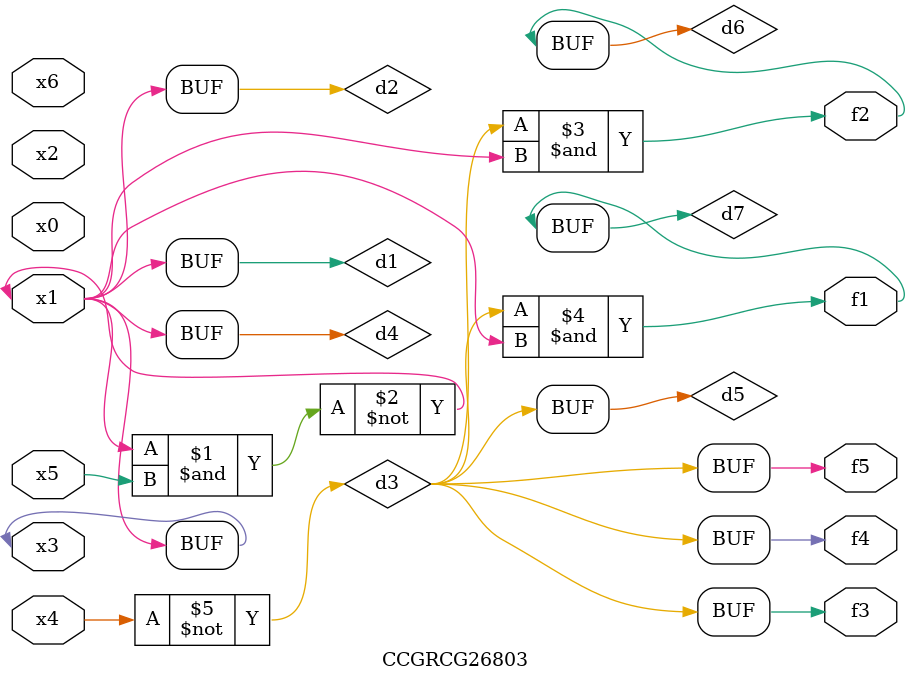
<source format=v>
module CCGRCG26803(
	input x0, x1, x2, x3, x4, x5, x6,
	output f1, f2, f3, f4, f5
);

	wire d1, d2, d3, d4, d5, d6, d7;

	buf (d1, x1, x3);
	nand (d2, x1, x5);
	not (d3, x4);
	buf (d4, d1, d2);
	buf (d5, d3);
	and (d6, d3, d4);
	and (d7, d3, d4);
	assign f1 = d7;
	assign f2 = d6;
	assign f3 = d5;
	assign f4 = d5;
	assign f5 = d5;
endmodule

</source>
